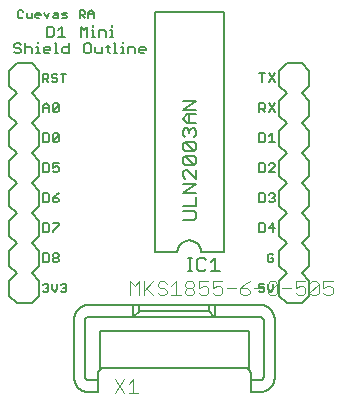
<source format=gto>
G75*
%MOIN*%
%OFA0B0*%
%FSLAX25Y25*%
%IPPOS*%
%LPD*%
%AMOC8*
5,1,8,0,0,1.08239X$1,22.5*
%
%ADD10C,0.00500*%
%ADD11C,0.00700*%
%ADD12C,0.00600*%
%ADD13C,0.00800*%
%ADD14C,0.00400*%
D10*
X0013200Y0036750D02*
X0012750Y0037200D01*
X0013200Y0036750D02*
X0014101Y0036750D01*
X0014552Y0037200D01*
X0014552Y0037651D01*
X0014101Y0038101D01*
X0013651Y0038101D01*
X0014101Y0038101D02*
X0014552Y0038552D01*
X0014552Y0039002D01*
X0014101Y0039452D01*
X0013200Y0039452D01*
X0012750Y0039002D01*
X0015697Y0039452D02*
X0015697Y0037651D01*
X0016597Y0036750D01*
X0017498Y0037651D01*
X0017498Y0039452D01*
X0018643Y0039002D02*
X0019093Y0039452D01*
X0019994Y0039452D01*
X0020445Y0039002D01*
X0020445Y0038552D01*
X0019994Y0038101D01*
X0020445Y0037651D01*
X0020445Y0037200D01*
X0019994Y0036750D01*
X0019093Y0036750D01*
X0018643Y0037200D01*
X0019544Y0038101D02*
X0019994Y0038101D01*
X0017474Y0046750D02*
X0016473Y0046750D01*
X0015973Y0047250D01*
X0015973Y0047751D01*
X0016473Y0048251D01*
X0017474Y0048251D01*
X0017974Y0047751D01*
X0017974Y0047250D01*
X0017474Y0046750D01*
X0017474Y0048251D02*
X0017974Y0048752D01*
X0017974Y0049252D01*
X0017474Y0049753D01*
X0016473Y0049753D01*
X0015973Y0049252D01*
X0015973Y0048752D01*
X0016473Y0048251D01*
X0014752Y0047250D02*
X0014752Y0049252D01*
X0014251Y0049753D01*
X0012750Y0049753D01*
X0012750Y0046750D01*
X0014251Y0046750D01*
X0014752Y0047250D01*
X0014251Y0056750D02*
X0012750Y0056750D01*
X0012750Y0059753D01*
X0014251Y0059753D01*
X0014752Y0059252D01*
X0014752Y0057250D01*
X0014251Y0056750D01*
X0015973Y0056750D02*
X0015973Y0057250D01*
X0017974Y0059252D01*
X0017974Y0059753D01*
X0015973Y0059753D01*
X0016473Y0066750D02*
X0017474Y0066750D01*
X0017974Y0067250D01*
X0017974Y0067751D01*
X0017474Y0068251D01*
X0015973Y0068251D01*
X0015973Y0067250D01*
X0016473Y0066750D01*
X0015973Y0068251D02*
X0016974Y0069252D01*
X0017974Y0069753D01*
X0014752Y0069252D02*
X0014752Y0067250D01*
X0014251Y0066750D01*
X0012750Y0066750D01*
X0012750Y0069753D01*
X0014251Y0069753D01*
X0014752Y0069252D01*
X0014251Y0076750D02*
X0012750Y0076750D01*
X0012750Y0079753D01*
X0014251Y0079753D01*
X0014752Y0079252D01*
X0014752Y0077250D01*
X0014251Y0076750D01*
X0015973Y0077250D02*
X0016473Y0076750D01*
X0017474Y0076750D01*
X0017974Y0077250D01*
X0017974Y0078251D01*
X0017474Y0078752D01*
X0016974Y0078752D01*
X0015973Y0078251D01*
X0015973Y0079753D01*
X0017974Y0079753D01*
X0017474Y0086750D02*
X0016473Y0086750D01*
X0015973Y0087250D01*
X0017974Y0089252D01*
X0017974Y0087250D01*
X0017474Y0086750D01*
X0015973Y0087250D02*
X0015973Y0089252D01*
X0016473Y0089753D01*
X0017474Y0089753D01*
X0017974Y0089252D01*
X0014752Y0089252D02*
X0014752Y0087250D01*
X0014251Y0086750D01*
X0012750Y0086750D01*
X0012750Y0089753D01*
X0014251Y0089753D01*
X0014752Y0089252D01*
X0014752Y0096750D02*
X0014752Y0098752D01*
X0013751Y0099753D01*
X0012750Y0098752D01*
X0012750Y0096750D01*
X0012750Y0098251D02*
X0014752Y0098251D01*
X0015973Y0097250D02*
X0017974Y0099252D01*
X0017974Y0097250D01*
X0017474Y0096750D01*
X0016473Y0096750D01*
X0015973Y0097250D01*
X0015973Y0099252D01*
X0016473Y0099753D01*
X0017474Y0099753D01*
X0017974Y0099252D01*
X0017048Y0106750D02*
X0016147Y0106750D01*
X0015697Y0107200D01*
X0016147Y0108101D02*
X0015697Y0108552D01*
X0015697Y0109002D01*
X0016147Y0109452D01*
X0017048Y0109452D01*
X0017498Y0109002D01*
X0017048Y0108101D02*
X0016147Y0108101D01*
X0017048Y0108101D02*
X0017498Y0107651D01*
X0017498Y0107200D01*
X0017048Y0106750D01*
X0019544Y0106750D02*
X0019544Y0109452D01*
X0018643Y0109452D02*
X0020445Y0109452D01*
X0014552Y0109002D02*
X0014552Y0108101D01*
X0014101Y0107651D01*
X0012750Y0107651D01*
X0013651Y0107651D02*
X0014552Y0106750D01*
X0012750Y0106750D02*
X0012750Y0109452D01*
X0014101Y0109452D01*
X0014552Y0109002D01*
X0059246Y0100584D02*
X0063750Y0100584D01*
X0059246Y0097581D01*
X0063750Y0097581D01*
X0063750Y0095980D02*
X0060747Y0095980D01*
X0059246Y0094479D01*
X0060747Y0092977D01*
X0063750Y0092977D01*
X0062999Y0091376D02*
X0062249Y0091376D01*
X0061498Y0090625D01*
X0061498Y0089875D01*
X0061498Y0090625D02*
X0060747Y0091376D01*
X0059997Y0091376D01*
X0059246Y0090625D01*
X0059246Y0089124D01*
X0059997Y0088374D01*
X0059997Y0086772D02*
X0062999Y0083770D01*
X0063750Y0084520D01*
X0063750Y0086022D01*
X0062999Y0086772D01*
X0059997Y0086772D01*
X0059246Y0086022D01*
X0059246Y0084520D01*
X0059997Y0083770D01*
X0062999Y0083770D01*
X0062999Y0082168D02*
X0063750Y0081418D01*
X0063750Y0079916D01*
X0062999Y0079166D01*
X0059997Y0082168D01*
X0062999Y0082168D01*
X0059997Y0082168D02*
X0059246Y0081418D01*
X0059246Y0079916D01*
X0059997Y0079166D01*
X0062999Y0079166D01*
X0063750Y0077564D02*
X0063750Y0074562D01*
X0060747Y0077564D01*
X0059997Y0077564D01*
X0059246Y0076814D01*
X0059246Y0075312D01*
X0059997Y0074562D01*
X0059246Y0072960D02*
X0063750Y0072960D01*
X0059246Y0069958D01*
X0063750Y0069958D01*
X0063750Y0068356D02*
X0063750Y0065354D01*
X0059246Y0065354D01*
X0059246Y0063753D02*
X0062999Y0063753D01*
X0063750Y0063002D01*
X0063750Y0061501D01*
X0062999Y0060750D01*
X0059246Y0060750D01*
X0060973Y0048254D02*
X0062474Y0048254D01*
X0061723Y0048254D02*
X0061723Y0043750D01*
X0060973Y0043750D02*
X0062474Y0043750D01*
X0064042Y0044501D02*
X0064793Y0043750D01*
X0066294Y0043750D01*
X0067045Y0044501D01*
X0068646Y0043750D02*
X0071649Y0043750D01*
X0070147Y0043750D02*
X0070147Y0048254D01*
X0068646Y0046753D01*
X0067045Y0047503D02*
X0066294Y0048254D01*
X0064793Y0048254D01*
X0064042Y0047503D01*
X0064042Y0044501D01*
X0084750Y0039452D02*
X0084750Y0038101D01*
X0085651Y0038552D01*
X0086101Y0038552D01*
X0086552Y0038101D01*
X0086552Y0037200D01*
X0086101Y0036750D01*
X0085200Y0036750D01*
X0084750Y0037200D01*
X0084750Y0039452D02*
X0086552Y0039452D01*
X0087697Y0039452D02*
X0087697Y0037651D01*
X0088597Y0036750D01*
X0089498Y0037651D01*
X0089498Y0039452D01*
X0089101Y0046750D02*
X0088200Y0046750D01*
X0087750Y0047200D01*
X0087750Y0049002D01*
X0088200Y0049452D01*
X0089101Y0049452D01*
X0089552Y0049002D01*
X0089552Y0048101D02*
X0088651Y0048101D01*
X0089552Y0048101D02*
X0089552Y0047200D01*
X0089101Y0046750D01*
X0089474Y0056750D02*
X0089474Y0059753D01*
X0087973Y0058251D01*
X0089974Y0058251D01*
X0086752Y0057250D02*
X0086752Y0059252D01*
X0086251Y0059753D01*
X0084750Y0059753D01*
X0084750Y0056750D01*
X0086251Y0056750D01*
X0086752Y0057250D01*
X0086251Y0066750D02*
X0084750Y0066750D01*
X0084750Y0069753D01*
X0086251Y0069753D01*
X0086752Y0069252D01*
X0086752Y0067250D01*
X0086251Y0066750D01*
X0087973Y0067250D02*
X0088473Y0066750D01*
X0089474Y0066750D01*
X0089974Y0067250D01*
X0089974Y0067751D01*
X0089474Y0068251D01*
X0088974Y0068251D01*
X0089474Y0068251D02*
X0089974Y0068752D01*
X0089974Y0069252D01*
X0089474Y0069753D01*
X0088473Y0069753D01*
X0087973Y0069252D01*
X0087973Y0076750D02*
X0089974Y0078752D01*
X0089974Y0079252D01*
X0089474Y0079753D01*
X0088473Y0079753D01*
X0087973Y0079252D01*
X0086752Y0079252D02*
X0086752Y0077250D01*
X0086251Y0076750D01*
X0084750Y0076750D01*
X0084750Y0079753D01*
X0086251Y0079753D01*
X0086752Y0079252D01*
X0087973Y0076750D02*
X0089974Y0076750D01*
X0089974Y0086750D02*
X0087973Y0086750D01*
X0088974Y0086750D02*
X0088974Y0089753D01*
X0087973Y0088752D01*
X0086752Y0089252D02*
X0086752Y0087250D01*
X0086251Y0086750D01*
X0084750Y0086750D01*
X0084750Y0089753D01*
X0086251Y0089753D01*
X0086752Y0089252D01*
X0086752Y0096750D02*
X0085751Y0097751D01*
X0086251Y0097751D02*
X0086752Y0098251D01*
X0086752Y0099252D01*
X0086251Y0099753D01*
X0084750Y0099753D01*
X0084750Y0096750D01*
X0084750Y0097751D02*
X0086251Y0097751D01*
X0087973Y0096750D02*
X0089974Y0099753D01*
X0087973Y0099753D02*
X0089974Y0096750D01*
X0089974Y0106750D02*
X0087973Y0109753D01*
X0086752Y0109753D02*
X0084750Y0109753D01*
X0085751Y0109753D02*
X0085751Y0106750D01*
X0087973Y0106750D02*
X0089974Y0109753D01*
X0063750Y0090625D02*
X0063750Y0089124D01*
X0062999Y0088374D01*
X0063750Y0090625D02*
X0062999Y0091376D01*
X0061498Y0092977D02*
X0061498Y0095980D01*
D11*
X0046531Y0116350D02*
X0045430Y0116350D01*
X0044880Y0116900D01*
X0044880Y0118001D01*
X0045430Y0118552D01*
X0046531Y0118552D01*
X0047081Y0118001D01*
X0047081Y0117451D01*
X0044880Y0117451D01*
X0043398Y0118001D02*
X0043398Y0116350D01*
X0043398Y0118001D02*
X0042848Y0118552D01*
X0041196Y0118552D01*
X0041196Y0116350D01*
X0039842Y0116350D02*
X0038741Y0116350D01*
X0039291Y0116350D02*
X0039291Y0118552D01*
X0038741Y0118552D01*
X0039291Y0119653D02*
X0039291Y0120203D01*
X0036836Y0119653D02*
X0036836Y0116350D01*
X0036286Y0116350D02*
X0037386Y0116350D01*
X0036836Y0119653D02*
X0036286Y0119653D01*
X0034931Y0118552D02*
X0033830Y0118552D01*
X0034381Y0119102D02*
X0034381Y0116900D01*
X0034931Y0116350D01*
X0032349Y0116350D02*
X0032349Y0118552D01*
X0032349Y0116350D02*
X0030697Y0116350D01*
X0030147Y0116900D01*
X0030147Y0118552D01*
X0028666Y0119102D02*
X0028115Y0119653D01*
X0027014Y0119653D01*
X0026464Y0119102D01*
X0026464Y0116900D01*
X0027014Y0116350D01*
X0028115Y0116350D01*
X0028666Y0116900D01*
X0028666Y0119102D01*
X0028919Y0121950D02*
X0030020Y0121950D01*
X0029470Y0121950D02*
X0029470Y0124152D01*
X0028919Y0124152D01*
X0029470Y0125253D02*
X0029470Y0125803D01*
X0031375Y0124152D02*
X0033026Y0124152D01*
X0033577Y0123601D01*
X0033577Y0121950D01*
X0035058Y0121950D02*
X0036159Y0121950D01*
X0035608Y0121950D02*
X0035608Y0124152D01*
X0035058Y0124152D01*
X0035608Y0125253D02*
X0035608Y0125803D01*
X0031375Y0124152D02*
X0031375Y0121950D01*
X0027438Y0121950D02*
X0027438Y0125253D01*
X0026337Y0124152D01*
X0025236Y0125253D01*
X0025236Y0121950D01*
X0021299Y0119653D02*
X0021299Y0116350D01*
X0019648Y0116350D01*
X0019098Y0116900D01*
X0019098Y0118001D01*
X0019648Y0118552D01*
X0021299Y0118552D01*
X0020072Y0121950D02*
X0017870Y0121950D01*
X0018971Y0121950D02*
X0018971Y0125253D01*
X0017870Y0124152D01*
X0016389Y0124702D02*
X0016389Y0122500D01*
X0015838Y0121950D01*
X0014187Y0121950D01*
X0014187Y0125253D01*
X0015838Y0125253D01*
X0016389Y0124702D01*
X0016642Y0119653D02*
X0017193Y0119653D01*
X0017193Y0116350D01*
X0017743Y0116350D02*
X0016642Y0116350D01*
X0015161Y0117451D02*
X0012959Y0117451D01*
X0012959Y0118001D02*
X0013509Y0118552D01*
X0014610Y0118552D01*
X0015161Y0118001D01*
X0015161Y0117451D01*
X0014610Y0116350D02*
X0013509Y0116350D01*
X0012959Y0116900D01*
X0012959Y0118001D01*
X0011604Y0116350D02*
X0010504Y0116350D01*
X0011054Y0116350D02*
X0011054Y0118552D01*
X0010504Y0118552D01*
X0011054Y0119653D02*
X0011054Y0120203D01*
X0009022Y0118001D02*
X0009022Y0116350D01*
X0009022Y0118001D02*
X0008472Y0118552D01*
X0007371Y0118552D01*
X0006820Y0118001D01*
X0006820Y0116350D02*
X0006820Y0119653D01*
X0005339Y0119102D02*
X0004789Y0119653D01*
X0003688Y0119653D01*
X0003137Y0119102D01*
X0003137Y0118552D01*
X0003688Y0118001D01*
X0004789Y0118001D01*
X0005339Y0117451D01*
X0005339Y0116900D01*
X0004789Y0116350D01*
X0003688Y0116350D01*
X0003137Y0116900D01*
D12*
X0004715Y0128100D02*
X0004281Y0128534D01*
X0004281Y0130269D01*
X0004715Y0130702D01*
X0005582Y0130702D01*
X0006016Y0130269D01*
X0007228Y0129835D02*
X0007228Y0128534D01*
X0007662Y0128100D01*
X0008963Y0128100D01*
X0008963Y0129835D01*
X0010174Y0129401D02*
X0010174Y0128534D01*
X0010608Y0128100D01*
X0011475Y0128100D01*
X0011909Y0128967D02*
X0010174Y0128967D01*
X0010174Y0129401D02*
X0010608Y0129835D01*
X0011475Y0129835D01*
X0011909Y0129401D01*
X0011909Y0128967D01*
X0013121Y0129835D02*
X0013988Y0128100D01*
X0014856Y0129835D01*
X0016501Y0129835D02*
X0017369Y0129835D01*
X0017802Y0129401D01*
X0017802Y0128100D01*
X0016501Y0128100D01*
X0016067Y0128534D01*
X0016501Y0128967D01*
X0017802Y0128967D01*
X0019014Y0129401D02*
X0019448Y0129835D01*
X0020749Y0129835D01*
X0020315Y0128967D02*
X0019448Y0128967D01*
X0019014Y0129401D01*
X0019014Y0128100D02*
X0020315Y0128100D01*
X0020749Y0128534D01*
X0020315Y0128967D01*
X0024907Y0128967D02*
X0026208Y0128967D01*
X0026642Y0129401D01*
X0026642Y0130269D01*
X0026208Y0130702D01*
X0024907Y0130702D01*
X0024907Y0128100D01*
X0025774Y0128967D02*
X0026642Y0128100D01*
X0027853Y0128100D02*
X0027853Y0129835D01*
X0028721Y0130702D01*
X0029588Y0129835D01*
X0029588Y0128100D01*
X0029588Y0129401D02*
X0027853Y0129401D01*
X0006016Y0128534D02*
X0005582Y0128100D01*
X0004715Y0128100D01*
X0050000Y0130000D02*
X0073000Y0130000D01*
X0073000Y0050000D01*
X0065500Y0050000D01*
X0065498Y0050126D01*
X0065492Y0050251D01*
X0065482Y0050376D01*
X0065468Y0050501D01*
X0065451Y0050626D01*
X0065429Y0050750D01*
X0065404Y0050873D01*
X0065374Y0050995D01*
X0065341Y0051116D01*
X0065304Y0051236D01*
X0065264Y0051355D01*
X0065219Y0051472D01*
X0065171Y0051589D01*
X0065119Y0051703D01*
X0065064Y0051816D01*
X0065005Y0051927D01*
X0064943Y0052036D01*
X0064877Y0052143D01*
X0064808Y0052248D01*
X0064736Y0052351D01*
X0064661Y0052452D01*
X0064582Y0052550D01*
X0064500Y0052645D01*
X0064416Y0052738D01*
X0064328Y0052828D01*
X0064238Y0052916D01*
X0064145Y0053000D01*
X0064050Y0053082D01*
X0063952Y0053161D01*
X0063851Y0053236D01*
X0063748Y0053308D01*
X0063643Y0053377D01*
X0063536Y0053443D01*
X0063427Y0053505D01*
X0063316Y0053564D01*
X0063203Y0053619D01*
X0063089Y0053671D01*
X0062972Y0053719D01*
X0062855Y0053764D01*
X0062736Y0053804D01*
X0062616Y0053841D01*
X0062495Y0053874D01*
X0062373Y0053904D01*
X0062250Y0053929D01*
X0062126Y0053951D01*
X0062001Y0053968D01*
X0061876Y0053982D01*
X0061751Y0053992D01*
X0061626Y0053998D01*
X0061500Y0054000D01*
X0061374Y0053998D01*
X0061249Y0053992D01*
X0061124Y0053982D01*
X0060999Y0053968D01*
X0060874Y0053951D01*
X0060750Y0053929D01*
X0060627Y0053904D01*
X0060505Y0053874D01*
X0060384Y0053841D01*
X0060264Y0053804D01*
X0060145Y0053764D01*
X0060028Y0053719D01*
X0059911Y0053671D01*
X0059797Y0053619D01*
X0059684Y0053564D01*
X0059573Y0053505D01*
X0059464Y0053443D01*
X0059357Y0053377D01*
X0059252Y0053308D01*
X0059149Y0053236D01*
X0059048Y0053161D01*
X0058950Y0053082D01*
X0058855Y0053000D01*
X0058762Y0052916D01*
X0058672Y0052828D01*
X0058584Y0052738D01*
X0058500Y0052645D01*
X0058418Y0052550D01*
X0058339Y0052452D01*
X0058264Y0052351D01*
X0058192Y0052248D01*
X0058123Y0052143D01*
X0058057Y0052036D01*
X0057995Y0051927D01*
X0057936Y0051816D01*
X0057881Y0051703D01*
X0057829Y0051589D01*
X0057781Y0051472D01*
X0057736Y0051355D01*
X0057696Y0051236D01*
X0057659Y0051116D01*
X0057626Y0050995D01*
X0057596Y0050873D01*
X0057571Y0050750D01*
X0057549Y0050626D01*
X0057532Y0050501D01*
X0057518Y0050376D01*
X0057508Y0050251D01*
X0057502Y0050126D01*
X0057500Y0050000D01*
X0050000Y0050000D01*
X0050000Y0130000D01*
D13*
X0023110Y0027669D02*
X0023110Y0008332D01*
X0026677Y0008895D02*
X0026677Y0027293D01*
X0026679Y0027361D01*
X0026685Y0027430D01*
X0026694Y0027497D01*
X0026708Y0027564D01*
X0026725Y0027631D01*
X0026745Y0027696D01*
X0026770Y0027760D01*
X0026798Y0027822D01*
X0026829Y0027883D01*
X0026864Y0027942D01*
X0026902Y0027999D01*
X0026943Y0028054D01*
X0026987Y0028106D01*
X0027034Y0028156D01*
X0027084Y0028203D01*
X0027136Y0028247D01*
X0027191Y0028288D01*
X0027248Y0028326D01*
X0027307Y0028361D01*
X0027368Y0028392D01*
X0027430Y0028420D01*
X0027494Y0028445D01*
X0027559Y0028465D01*
X0027626Y0028482D01*
X0027693Y0028496D01*
X0027760Y0028505D01*
X0027829Y0028511D01*
X0027897Y0028513D01*
X0085008Y0028513D01*
X0084914Y0032550D02*
X0085054Y0032548D01*
X0085193Y0032542D01*
X0085333Y0032533D01*
X0085472Y0032519D01*
X0085610Y0032502D01*
X0085748Y0032481D01*
X0085886Y0032456D01*
X0086022Y0032427D01*
X0086158Y0032395D01*
X0086293Y0032359D01*
X0086427Y0032319D01*
X0086560Y0032275D01*
X0086691Y0032228D01*
X0086822Y0032177D01*
X0086950Y0032123D01*
X0087077Y0032065D01*
X0087203Y0032004D01*
X0087327Y0031939D01*
X0087449Y0031871D01*
X0087568Y0031799D01*
X0087686Y0031725D01*
X0087802Y0031647D01*
X0087916Y0031565D01*
X0088027Y0031481D01*
X0088136Y0031394D01*
X0088243Y0031304D01*
X0088347Y0031210D01*
X0088449Y0031114D01*
X0088547Y0031016D01*
X0088643Y0030914D01*
X0088737Y0030810D01*
X0088827Y0030703D01*
X0088914Y0030594D01*
X0088998Y0030483D01*
X0089080Y0030369D01*
X0089158Y0030253D01*
X0089232Y0030135D01*
X0089304Y0030016D01*
X0089372Y0029894D01*
X0089437Y0029770D01*
X0089498Y0029644D01*
X0089556Y0029517D01*
X0089610Y0029389D01*
X0089661Y0029258D01*
X0089708Y0029127D01*
X0089752Y0028994D01*
X0089792Y0028860D01*
X0089828Y0028725D01*
X0089860Y0028589D01*
X0089889Y0028453D01*
X0089914Y0028315D01*
X0089935Y0028177D01*
X0089952Y0028039D01*
X0089966Y0027900D01*
X0089975Y0027760D01*
X0089981Y0027621D01*
X0089983Y0027481D01*
X0089983Y0008520D01*
X0086322Y0008802D02*
X0086322Y0027199D01*
X0086320Y0027270D01*
X0086314Y0027341D01*
X0086305Y0027412D01*
X0086291Y0027481D01*
X0086274Y0027551D01*
X0086253Y0027619D01*
X0086229Y0027685D01*
X0086201Y0027751D01*
X0086169Y0027814D01*
X0086134Y0027876D01*
X0086096Y0027936D01*
X0086054Y0027994D01*
X0086009Y0028050D01*
X0085962Y0028103D01*
X0085912Y0028153D01*
X0085859Y0028200D01*
X0085803Y0028245D01*
X0085745Y0028287D01*
X0085685Y0028325D01*
X0085623Y0028360D01*
X0085560Y0028392D01*
X0085494Y0028420D01*
X0085428Y0028444D01*
X0085360Y0028465D01*
X0085290Y0028482D01*
X0085221Y0028496D01*
X0085150Y0028505D01*
X0085079Y0028511D01*
X0085008Y0028513D01*
X0084914Y0032550D02*
X0027991Y0032550D01*
X0027854Y0032548D01*
X0027717Y0032542D01*
X0027581Y0032533D01*
X0027445Y0032519D01*
X0027309Y0032502D01*
X0027173Y0032481D01*
X0027039Y0032456D01*
X0026905Y0032428D01*
X0026772Y0032395D01*
X0026640Y0032359D01*
X0026509Y0032319D01*
X0026379Y0032276D01*
X0026250Y0032229D01*
X0026123Y0032178D01*
X0025997Y0032124D01*
X0025873Y0032067D01*
X0025751Y0032006D01*
X0025630Y0031941D01*
X0025511Y0031873D01*
X0025394Y0031802D01*
X0025279Y0031727D01*
X0025167Y0031650D01*
X0025056Y0031569D01*
X0024948Y0031485D01*
X0024842Y0031398D01*
X0024739Y0031308D01*
X0024638Y0031216D01*
X0024540Y0031120D01*
X0024444Y0031022D01*
X0024352Y0030921D01*
X0024262Y0030818D01*
X0024175Y0030712D01*
X0024091Y0030604D01*
X0024010Y0030493D01*
X0023933Y0030381D01*
X0023858Y0030266D01*
X0023787Y0030149D01*
X0023719Y0030030D01*
X0023654Y0029909D01*
X0023593Y0029787D01*
X0023536Y0029663D01*
X0023482Y0029537D01*
X0023431Y0029410D01*
X0023384Y0029281D01*
X0023341Y0029151D01*
X0023301Y0029020D01*
X0023265Y0028888D01*
X0023232Y0028755D01*
X0023204Y0028621D01*
X0023179Y0028487D01*
X0023158Y0028351D01*
X0023141Y0028215D01*
X0023127Y0028079D01*
X0023118Y0027943D01*
X0023112Y0027806D01*
X0023110Y0027669D01*
X0031558Y0023726D02*
X0081535Y0023726D01*
X0081535Y0011148D01*
X0082004Y0009459D02*
X0082004Y0003451D01*
X0084914Y0003451D01*
X0085008Y0007487D02*
X0082380Y0007487D01*
X0084914Y0003451D02*
X0085054Y0003453D01*
X0085193Y0003459D01*
X0085333Y0003468D01*
X0085472Y0003482D01*
X0085610Y0003499D01*
X0085748Y0003520D01*
X0085886Y0003545D01*
X0086022Y0003574D01*
X0086158Y0003606D01*
X0086293Y0003642D01*
X0086427Y0003682D01*
X0086560Y0003726D01*
X0086691Y0003773D01*
X0086822Y0003824D01*
X0086950Y0003878D01*
X0087077Y0003936D01*
X0087203Y0003997D01*
X0087327Y0004062D01*
X0087448Y0004130D01*
X0087568Y0004202D01*
X0087686Y0004276D01*
X0087802Y0004354D01*
X0087916Y0004436D01*
X0088027Y0004520D01*
X0088136Y0004607D01*
X0088243Y0004697D01*
X0088347Y0004791D01*
X0088449Y0004887D01*
X0088547Y0004985D01*
X0088643Y0005087D01*
X0088737Y0005191D01*
X0088827Y0005298D01*
X0088914Y0005407D01*
X0088998Y0005518D01*
X0089080Y0005632D01*
X0089158Y0005748D01*
X0089232Y0005866D01*
X0089304Y0005985D01*
X0089372Y0006107D01*
X0089437Y0006231D01*
X0089498Y0006357D01*
X0089556Y0006484D01*
X0089610Y0006612D01*
X0089661Y0006743D01*
X0089708Y0006874D01*
X0089752Y0007007D01*
X0089792Y0007141D01*
X0089828Y0007276D01*
X0089860Y0007412D01*
X0089889Y0007548D01*
X0089914Y0007686D01*
X0089935Y0007824D01*
X0089952Y0007962D01*
X0089966Y0008101D01*
X0089975Y0008241D01*
X0089981Y0008380D01*
X0089983Y0008520D01*
X0086322Y0008802D02*
X0086320Y0008731D01*
X0086314Y0008660D01*
X0086305Y0008589D01*
X0086291Y0008520D01*
X0086274Y0008450D01*
X0086253Y0008382D01*
X0086229Y0008316D01*
X0086201Y0008250D01*
X0086169Y0008187D01*
X0086134Y0008125D01*
X0086096Y0008065D01*
X0086054Y0008007D01*
X0086009Y0007951D01*
X0085962Y0007898D01*
X0085912Y0007848D01*
X0085859Y0007801D01*
X0085803Y0007756D01*
X0085745Y0007714D01*
X0085685Y0007676D01*
X0085623Y0007641D01*
X0085560Y0007609D01*
X0085494Y0007581D01*
X0085428Y0007557D01*
X0085360Y0007536D01*
X0085290Y0007519D01*
X0085221Y0007505D01*
X0085150Y0007496D01*
X0085079Y0007490D01*
X0085008Y0007488D01*
X0082004Y0009459D02*
X0082002Y0009549D01*
X0081996Y0009639D01*
X0081986Y0009729D01*
X0081973Y0009818D01*
X0081955Y0009906D01*
X0081934Y0009993D01*
X0081908Y0010080D01*
X0081879Y0010165D01*
X0081847Y0010249D01*
X0081811Y0010332D01*
X0081771Y0010413D01*
X0081727Y0010492D01*
X0081681Y0010569D01*
X0081631Y0010643D01*
X0081577Y0010716D01*
X0081521Y0010786D01*
X0081461Y0010854D01*
X0081399Y0010919D01*
X0081334Y0010981D01*
X0081266Y0011041D01*
X0081196Y0011097D01*
X0081123Y0011151D01*
X0081049Y0011201D01*
X0080972Y0011247D01*
X0080893Y0011291D01*
X0080812Y0011331D01*
X0080729Y0011367D01*
X0080645Y0011399D01*
X0080560Y0011428D01*
X0080473Y0011454D01*
X0080386Y0011475D01*
X0080298Y0011493D01*
X0080209Y0011506D01*
X0080119Y0011516D01*
X0080029Y0011522D01*
X0079939Y0011524D01*
X0033060Y0011524D01*
X0032970Y0011522D01*
X0032880Y0011516D01*
X0032790Y0011506D01*
X0032701Y0011493D01*
X0032613Y0011475D01*
X0032526Y0011454D01*
X0032439Y0011428D01*
X0032354Y0011399D01*
X0032270Y0011367D01*
X0032187Y0011331D01*
X0032106Y0011291D01*
X0032028Y0011247D01*
X0031950Y0011201D01*
X0031876Y0011151D01*
X0031803Y0011097D01*
X0031733Y0011041D01*
X0031665Y0010981D01*
X0031600Y0010919D01*
X0031538Y0010854D01*
X0031478Y0010786D01*
X0031422Y0010716D01*
X0031368Y0010643D01*
X0031318Y0010569D01*
X0031272Y0010492D01*
X0031228Y0010413D01*
X0031188Y0010332D01*
X0031152Y0010249D01*
X0031120Y0010165D01*
X0031091Y0010080D01*
X0031065Y0009993D01*
X0031044Y0009906D01*
X0031026Y0009818D01*
X0031013Y0009729D01*
X0031003Y0009639D01*
X0030997Y0009549D01*
X0030995Y0009459D01*
X0030995Y0003451D01*
X0027991Y0003451D01*
X0028085Y0007487D02*
X0030901Y0007487D01*
X0027991Y0003451D02*
X0027854Y0003453D01*
X0027717Y0003459D01*
X0027581Y0003468D01*
X0027445Y0003482D01*
X0027309Y0003499D01*
X0027173Y0003520D01*
X0027039Y0003545D01*
X0026905Y0003573D01*
X0026772Y0003606D01*
X0026640Y0003642D01*
X0026509Y0003682D01*
X0026379Y0003725D01*
X0026250Y0003772D01*
X0026123Y0003823D01*
X0025997Y0003877D01*
X0025873Y0003934D01*
X0025751Y0003995D01*
X0025630Y0004060D01*
X0025511Y0004128D01*
X0025394Y0004199D01*
X0025279Y0004274D01*
X0025167Y0004351D01*
X0025056Y0004432D01*
X0024948Y0004516D01*
X0024842Y0004603D01*
X0024739Y0004693D01*
X0024638Y0004785D01*
X0024540Y0004881D01*
X0024444Y0004979D01*
X0024352Y0005080D01*
X0024262Y0005183D01*
X0024175Y0005289D01*
X0024091Y0005397D01*
X0024010Y0005508D01*
X0023933Y0005620D01*
X0023858Y0005735D01*
X0023787Y0005852D01*
X0023719Y0005971D01*
X0023654Y0006092D01*
X0023593Y0006214D01*
X0023536Y0006338D01*
X0023482Y0006464D01*
X0023431Y0006591D01*
X0023384Y0006720D01*
X0023341Y0006850D01*
X0023301Y0006981D01*
X0023265Y0007113D01*
X0023232Y0007246D01*
X0023204Y0007380D01*
X0023179Y0007514D01*
X0023158Y0007650D01*
X0023141Y0007786D01*
X0023127Y0007922D01*
X0023118Y0008058D01*
X0023112Y0008195D01*
X0023110Y0008332D01*
X0026677Y0008895D02*
X0026679Y0008821D01*
X0026685Y0008748D01*
X0026694Y0008675D01*
X0026708Y0008602D01*
X0026725Y0008531D01*
X0026746Y0008460D01*
X0026771Y0008390D01*
X0026799Y0008322D01*
X0026830Y0008256D01*
X0026866Y0008191D01*
X0026904Y0008128D01*
X0026946Y0008067D01*
X0026991Y0008009D01*
X0027039Y0007953D01*
X0027089Y0007899D01*
X0027143Y0007849D01*
X0027199Y0007801D01*
X0027257Y0007756D01*
X0027318Y0007714D01*
X0027381Y0007676D01*
X0027446Y0007640D01*
X0027512Y0007609D01*
X0027580Y0007581D01*
X0027650Y0007556D01*
X0027721Y0007535D01*
X0027792Y0007518D01*
X0027865Y0007504D01*
X0027938Y0007495D01*
X0028011Y0007489D01*
X0028085Y0007487D01*
X0031558Y0011242D02*
X0031558Y0023726D01*
X0042795Y0028795D02*
X0042795Y0032362D01*
X0044767Y0032268D02*
X0044767Y0030391D01*
X0068139Y0030391D01*
X0068139Y0032456D01*
X0070110Y0032268D02*
X0070110Y0028795D01*
X0069547Y0028889D02*
X0068233Y0030297D01*
X0091500Y0035500D02*
X0091500Y0040500D01*
X0094000Y0043000D01*
X0091500Y0045500D01*
X0091500Y0050500D01*
X0094000Y0053000D01*
X0091500Y0055500D01*
X0091500Y0060500D01*
X0094000Y0063000D01*
X0091500Y0065500D01*
X0091500Y0070500D01*
X0094000Y0073000D01*
X0091500Y0075500D01*
X0091500Y0080500D01*
X0094000Y0083000D01*
X0091500Y0085500D01*
X0091500Y0090500D01*
X0094000Y0093000D01*
X0091500Y0095500D01*
X0091500Y0100500D01*
X0094000Y0103000D01*
X0091500Y0105500D01*
X0091500Y0110500D01*
X0094000Y0113000D01*
X0099000Y0113000D01*
X0101500Y0110500D01*
X0101500Y0105500D01*
X0099000Y0103000D01*
X0101500Y0100500D01*
X0101500Y0095500D01*
X0099000Y0093000D01*
X0101500Y0090500D01*
X0101500Y0085500D01*
X0099000Y0083000D01*
X0101500Y0080500D01*
X0101500Y0075500D01*
X0099000Y0073000D01*
X0101500Y0070500D01*
X0101500Y0065500D01*
X0099000Y0063000D01*
X0101500Y0060500D01*
X0101500Y0055500D01*
X0099000Y0053000D01*
X0101500Y0050500D01*
X0101500Y0045500D01*
X0099000Y0043000D01*
X0101500Y0040500D01*
X0101500Y0035500D01*
X0099000Y0033000D01*
X0094000Y0033000D01*
X0091500Y0035500D01*
X0044672Y0030297D02*
X0043171Y0028795D01*
X0011500Y0035500D02*
X0009000Y0033000D01*
X0004000Y0033000D01*
X0001500Y0035500D01*
X0001500Y0040500D01*
X0004000Y0043000D01*
X0001500Y0045500D01*
X0001500Y0050500D01*
X0004000Y0053000D01*
X0001500Y0055500D01*
X0001500Y0060500D01*
X0004000Y0063000D01*
X0001500Y0065500D01*
X0001500Y0070500D01*
X0004000Y0073000D01*
X0001500Y0075500D01*
X0001500Y0080500D01*
X0004000Y0083000D01*
X0001500Y0085500D01*
X0001500Y0090500D01*
X0004000Y0093000D01*
X0001500Y0095500D01*
X0001500Y0100500D01*
X0004000Y0103000D01*
X0001500Y0105500D01*
X0001500Y0110500D01*
X0004000Y0113000D01*
X0009000Y0113000D01*
X0011500Y0110500D01*
X0011500Y0105500D01*
X0009000Y0103000D01*
X0011500Y0100500D01*
X0011500Y0095500D01*
X0009000Y0093000D01*
X0011500Y0090500D01*
X0011500Y0085500D01*
X0009000Y0083000D01*
X0011500Y0080500D01*
X0011500Y0075500D01*
X0009000Y0073000D01*
X0011500Y0070500D01*
X0011500Y0065500D01*
X0009000Y0063000D01*
X0011500Y0060500D01*
X0011500Y0055500D01*
X0009000Y0053000D01*
X0011500Y0050500D01*
X0011500Y0045500D01*
X0009000Y0043000D01*
X0011500Y0040500D01*
X0011500Y0035500D01*
D14*
X0036700Y0007804D02*
X0039769Y0003200D01*
X0041304Y0003200D02*
X0044373Y0003200D01*
X0042839Y0003200D02*
X0042839Y0007804D01*
X0041304Y0006269D01*
X0039769Y0007804D02*
X0036700Y0003200D01*
X0041700Y0035700D02*
X0041700Y0040304D01*
X0043235Y0038769D01*
X0044769Y0040304D01*
X0044769Y0035700D01*
X0046304Y0035700D02*
X0046304Y0040304D01*
X0047071Y0038002D02*
X0049373Y0035700D01*
X0050908Y0036467D02*
X0051675Y0035700D01*
X0053210Y0035700D01*
X0053977Y0036467D01*
X0053977Y0037235D01*
X0053210Y0038002D01*
X0051675Y0038002D01*
X0050908Y0038769D01*
X0050908Y0039537D01*
X0051675Y0040304D01*
X0053210Y0040304D01*
X0053977Y0039537D01*
X0055512Y0038769D02*
X0057046Y0040304D01*
X0057046Y0035700D01*
X0055512Y0035700D02*
X0058581Y0035700D01*
X0060116Y0036467D02*
X0060883Y0035700D01*
X0062418Y0035700D01*
X0063185Y0036467D01*
X0063185Y0037235D01*
X0062418Y0038002D01*
X0060883Y0038002D01*
X0060116Y0038769D01*
X0060116Y0039537D01*
X0060883Y0040304D01*
X0062418Y0040304D01*
X0063185Y0039537D01*
X0063185Y0038769D01*
X0062418Y0038002D01*
X0060883Y0038002D02*
X0060116Y0037235D01*
X0060116Y0036467D01*
X0064720Y0036467D02*
X0065487Y0035700D01*
X0067022Y0035700D01*
X0067789Y0036467D01*
X0067789Y0038002D01*
X0067022Y0038769D01*
X0066254Y0038769D01*
X0064720Y0038002D01*
X0064720Y0040304D01*
X0067789Y0040304D01*
X0069324Y0040304D02*
X0069324Y0038002D01*
X0070858Y0038769D01*
X0071626Y0038769D01*
X0072393Y0038002D01*
X0072393Y0036467D01*
X0071626Y0035700D01*
X0070091Y0035700D01*
X0069324Y0036467D01*
X0069324Y0040304D02*
X0072393Y0040304D01*
X0073927Y0038002D02*
X0076997Y0038002D01*
X0078531Y0038002D02*
X0078531Y0036467D01*
X0079299Y0035700D01*
X0080833Y0035700D01*
X0081601Y0036467D01*
X0081601Y0037235D01*
X0080833Y0038002D01*
X0078531Y0038002D01*
X0080066Y0039537D01*
X0081601Y0040304D01*
X0083135Y0038002D02*
X0086205Y0038002D01*
X0087739Y0036467D02*
X0087739Y0039537D01*
X0088507Y0040304D01*
X0090041Y0040304D01*
X0090809Y0039537D01*
X0087739Y0036467D01*
X0088507Y0035700D01*
X0090041Y0035700D01*
X0090809Y0036467D01*
X0090809Y0039537D01*
X0092343Y0038002D02*
X0095412Y0038002D01*
X0096947Y0038002D02*
X0096947Y0040304D01*
X0100016Y0040304D01*
X0099249Y0038769D02*
X0100016Y0038002D01*
X0100016Y0036467D01*
X0099249Y0035700D01*
X0097714Y0035700D01*
X0096947Y0036467D01*
X0096947Y0038002D02*
X0098482Y0038769D01*
X0099249Y0038769D01*
X0101551Y0039537D02*
X0101551Y0036467D01*
X0104620Y0039537D01*
X0104620Y0036467D01*
X0103853Y0035700D01*
X0102318Y0035700D01*
X0101551Y0036467D01*
X0101551Y0039537D02*
X0102318Y0040304D01*
X0103853Y0040304D01*
X0104620Y0039537D01*
X0106155Y0040304D02*
X0106155Y0038002D01*
X0107690Y0038769D01*
X0108457Y0038769D01*
X0109224Y0038002D01*
X0109224Y0036467D01*
X0108457Y0035700D01*
X0106922Y0035700D01*
X0106155Y0036467D01*
X0106155Y0040304D02*
X0109224Y0040304D01*
X0049373Y0040304D02*
X0046304Y0037235D01*
M02*

</source>
